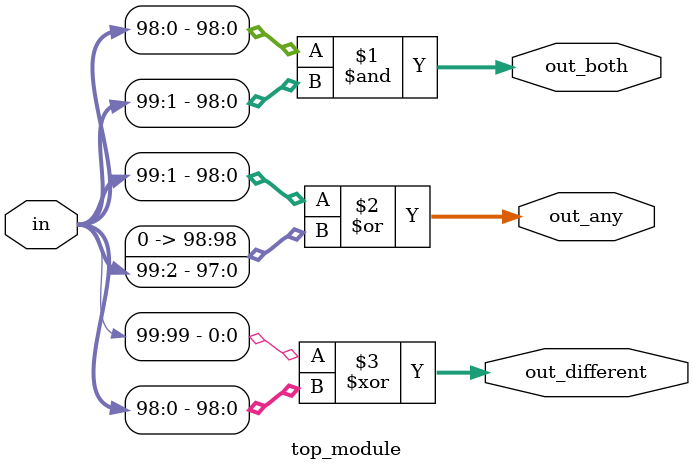
<source format=sv>
module top_module (
    input [99:0] in,
    output [98:0] out_both,
    output [99:1] out_any,
    output [99:0] out_different
);

    assign out_both = in[98:0] & in[99:1];
    assign out_any = in[99:1] | {1'b0, in[99:2]};
    assign out_different = in[99] ^ in[98:0];

endmodule

</source>
